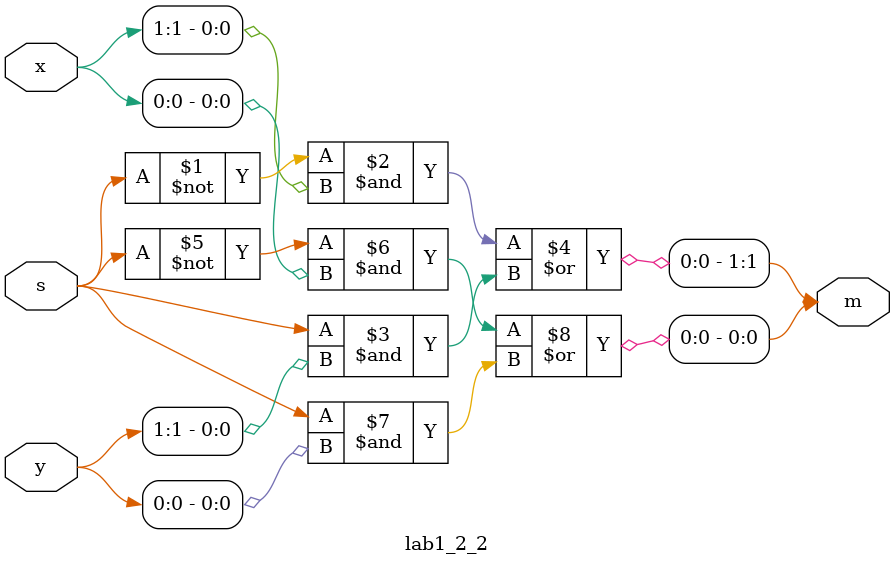
<source format=v>
`timescale 1ns / 1ps


module lab1_2_2(
    input [1:0] x,
    input [1:0] y,
    input s,
    output [1:0] m
    );
    assign #3 m[1] = (~s & x[1]) | (s & y[1]);
    assign #3 m[0] = (~s & x[0]) | (s & y[0]);
endmodule

</source>
